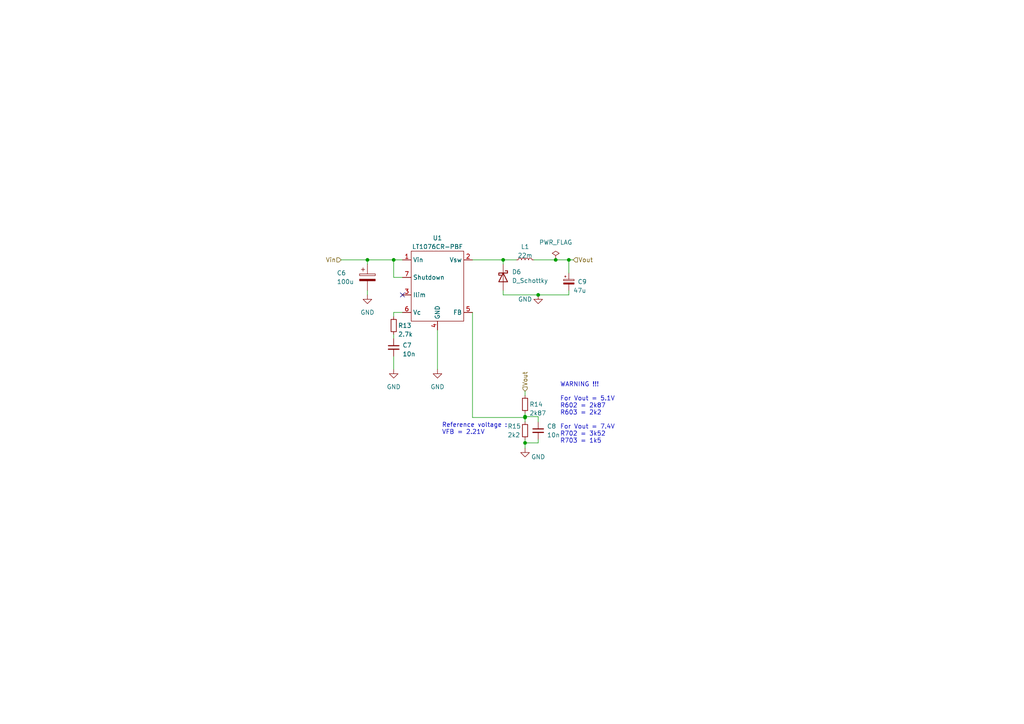
<source format=kicad_sch>
(kicad_sch (version 20230121) (generator eeschema)
  (paper "A4")
  (lib_symbols
    (symbol "Device:C_Polarized" (pin_numbers hide) (pin_names (offset 0.254))
      (property "Reference" "C" (at 0.635 2.54 0))
      (property "Value" "C_Polarized" (at 0.635 -2.54 0))
      (symbol "C_Polarized_0_1"
        (rectangle (start -2.286 0.508) (end 2.286 1.016))
        (polyline (pts (xy -1.778 2.286) (xy -0.762 2.286)))
        (polyline (pts (xy -1.27 2.794) (xy -1.27 1.778)))
        (rectangle (start 2.286 -0.508) (end -2.286 -1.016) (fill (type outline)))
      )
      (symbol "C_Polarized_1_1"
        (pin passive line (at 0 3.81 270) (length 2.794) (name "~") (number "1"))
        (pin passive line (at 0 -3.81 90) (length 2.794) (name "~") (number "2"))
      )
    )
    (symbol "Device:C_Polarized_Small" (pin_numbers hide) (pin_names (offset 0.254) hide)
      (property "Reference" "C" (at 0.254 1.778 0))
      (property "Value" "C_Polarized_Small" (at 0.254 -2.032 0))
      (symbol "C_Polarized_Small_0_1"
        (rectangle (start -1.524 -0.3048) (end 1.524 -0.6858) (fill (type outline)))
        (rectangle (start -1.524 0.6858) (end 1.524 0.3048))
        (polyline (pts (xy -1.27 1.524) (xy -0.762 1.524)))
        (polyline (pts (xy -1.016 1.27) (xy -1.016 1.778)))
      )
      (symbol "C_Polarized_Small_1_1"
        (pin passive line (at 0 2.54 270) (length 1.8542) (name "~") (number "1"))
        (pin passive line (at 0 -2.54 90) (length 1.8542) (name "~") (number "2"))
      )
    )
    (symbol "Device:C_Small" (pin_numbers hide) (pin_names (offset 0.254) hide)
      (property "Reference" "C" (at 0.254 1.778 0))
      (property "Value" "C_Small" (at 0.254 -2.032 0))
      (symbol "C_Small_0_1"
        (polyline (pts (xy -1.524 -0.508) (xy 1.524 -0.508)) (stroke (width 0.3302)))
        (polyline (pts (xy -1.524 0.508) (xy 1.524 0.508)) (stroke (width 0.3048)))
      )
      (symbol "C_Small_1_1"
        (pin passive line (at 0 2.54 270) (length 2.032) (name "~") (number "1"))
        (pin passive line (at 0 -2.54 90) (length 2.032) (name "~") (number "2"))
      )
    )
    (symbol "Device:D_Schottky" (pin_numbers hide) (pin_names (offset 1.016) hide)
      (property "Reference" "D" (at 0 2.54 0))
      (property "Value" "D_Schottky" (at 0 -2.54 0))
      (symbol "D_Schottky_0_1"
        (polyline (pts (xy 1.27 0) (xy -1.27 0)))
        (polyline (pts (xy 1.27 1.27) (xy 1.27 -1.27) (xy -1.27 0) (xy 1.27 1.27)) (stroke (width 0.254)))
        (polyline (pts (xy -1.905 0.635) (xy -1.905 1.27) (xy -1.27 1.27) (xy -1.27 -1.27) (xy -0.635 -1.27) (xy -0.635 -0.635)) (stroke (width 0.254)))
      )
      (symbol "D_Schottky_1_1"
        (pin passive line (at -3.81 0 0) (length 2.54) (name "K") (number "1"))
        (pin passive line (at 3.81 0 180) (length 2.54) (name "A") (number "2"))
      )
    )
    (symbol "Device:L_Small" (pin_numbers hide) (pin_names (offset 0.254) hide)
      (property "Reference" "L" (at 0.762 1.016 0))
      (property "Value" "L_Small" (at 0.762 -1.016 0))
      (symbol "L_Small_0_1"
        (arc (start 0 -2.032) (mid 0.5058 -1.524) (end 0 -1.016))
        (arc (start 0 -1.016) (mid 0.5058 -0.508) (end 0 0))
        (arc (start 0 0) (mid 0.5058 0.508) (end 0 1.016))
        (arc (start 0 1.016) (mid 0.5058 1.524) (end 0 2.032))
      )
      (symbol "L_Small_1_1"
        (pin passive line (at 0 2.54 270) (length 0.508) (name "~") (number "1"))
        (pin passive line (at 0 -2.54 90) (length 0.508) (name "~") (number "2"))
      )
    )
    (symbol "Device:R_Small" (pin_numbers hide) (pin_names (offset 0.254) hide)
      (property "Reference" "R" (at 0.762 0.508 0))
      (property "Value" "R_Small" (at 0.762 -1.016 0))
      (symbol "R_Small_0_1"
        (rectangle (start -0.762 1.778) (end 0.762 -1.778) (stroke (width 0.2032)))
      )
      (symbol "R_Small_1_1"
        (pin passive line (at 0 2.54 270) (length 0.762) (name "~") (number "1"))
        (pin passive line (at 0 -2.54 90) (length 0.762) (name "~") (number "2"))
      )
    )
    (symbol "LT1076_1"
      (property "Reference" "U" (at -6.35 10.16 0))
      (symbol "LT1076_1_0_1"
        (rectangle (start -7.62 8.89) (end 7.62 -11.43))
      )
      (symbol "LT1076_1_1_1"
        (pin power_in line (at -10.16 6.35 0) (length 2.54) (name "Vin") (number "1"))
        (pin output line (at 10.16 6.35 180) (length 2.54) (name "Vsw") (number "2"))
        (pin input line (at -10.16 -3.81 0) (length 2.54) (name "Ilim") (number "3"))
        (pin power_in line (at 0 -13.97 90) (length 2.54) (name "GND") (number "4"))
        (pin input line (at 10.16 -8.89 180) (length 2.54) (name "FB") (number "5"))
        (pin input line (at -10.16 -8.89 0) (length 2.54) (name "Vc") (number "6"))
        (pin input line (at -10.16 1.27 0) (length 2.54) (name "Shutdown") (number "7"))
      )
    )
    (symbol "power:GND" (power) (pin_names (offset 0))
      (property "Value" "GND" (at 0 -3.81 0))
      (symbol "GND_0_1"
        (polyline (pts (xy 0 0) (xy 0 -1.27) (xy 1.27 -1.27) (xy 0 -2.54) (xy -1.27 -1.27) (xy 0 -1.27)))
      )
      (symbol "GND_1_1"
        (pin power_in line (at 0 0 270) (length 0) hide (name "GND") (number "1"))
      )
    )
    (symbol "power:PWR_FLAG" (power) (pin_numbers hide) (pin_names (offset 0) hide)
      (property "Value" "PWR_FLAG" (at 0 3.81 0))
      (symbol "PWR_FLAG_0_0"
        (pin power_out line (at 0 0 90) (length 0) (name "pwr") (number "1"))
      )
      (symbol "PWR_FLAG_0_1"
        (polyline (pts (xy 0 0) (xy 0 1.27) (xy -1.016 1.905) (xy 0 2.54) (xy 1.016 1.905) (xy 0 1.27)))
      )
    )
  )
  (junction (at 156.0964 85.5356))
  (junction (at 161.1764 75.3756))
  (junction (at 114.1864 75.3756))
  (junction (at 152.2864 120.8416))
  (junction (at 145.9364 75.3756))
  (junction (at 152.2864 128.4616))
  (junction (at 152.2864 121.0956))
  (junction (at 164.9864 75.3756))
  (junction (at 106.5664 75.3756))
  (no_connect (at 116.7264 85.5356))
  (wire (pts (xy 152.2864 113.4756) (xy 152.2864 114.7456)))
  (wire (pts (xy 145.9364 76.6456) (xy 145.9364 75.3756)))
  (wire (pts (xy 156.0964 85.5356) (xy 164.9864 85.5356)))
  (wire (pts (xy 98.9464 75.3756) (xy 106.5664 75.3756)))
  (wire (pts (xy 137.0464 75.3756) (xy 145.9364 75.3756)))
  (wire (pts (xy 114.1864 90.6156) (xy 116.7264 90.6156)))
  (wire (pts (xy 114.1864 75.3756) (xy 116.7264 75.3756)))
  (wire (pts (xy 152.2864 128.4616) (xy 156.0964 128.4616)))
  (wire (pts (xy 164.9864 75.3756) (xy 164.9864 79.1856)))
  (wire (pts (xy 156.0964 127.4456) (xy 156.0964 128.4616)))
  (wire (pts (xy 152.2864 127.4456) (xy 152.2864 128.4616)))
  (wire (pts (xy 106.5664 75.3756) (xy 106.5664 76.6456)))
  (wire (pts (xy 106.5664 84.2656) (xy 106.5664 85.5356)))
  (wire (pts (xy 145.9364 84.2656) (xy 145.9364 85.5356)))
  (wire (pts (xy 152.2864 121.0956) (xy 152.2864 122.3656)))
  (wire (pts (xy 114.1864 96.9656) (xy 114.1864 98.2356)))
  (wire (pts (xy 137.0464 121.0956) (xy 152.2864 121.0956)))
  (wire (pts (xy 114.1864 91.8856) (xy 114.1864 90.6156)))
  (wire (pts (xy 152.2864 119.8256) (xy 152.2864 120.8416)))
  (wire (pts (xy 152.2864 120.8416) (xy 156.0964 120.8416)))
  (wire (pts (xy 166.2564 75.3756) (xy 164.9864 75.3756)))
  (wire (pts (xy 106.5664 75.3756) (xy 114.1864 75.3756)))
  (wire (pts (xy 114.1864 80.4556) (xy 114.1864 75.3756)))
  (wire (pts (xy 145.9364 85.5356) (xy 156.0964 85.5356)))
  (wire (pts (xy 137.0464 90.6156) (xy 137.0464 121.0956)))
  (wire (pts (xy 161.1764 75.3756) (xy 164.9864 75.3756)))
  (wire (pts (xy 156.0964 122.3656) (xy 156.0964 120.8416)))
  (wire (pts (xy 114.1864 107.1256) (xy 114.1864 103.3156)))
  (wire (pts (xy 152.2864 129.9856) (xy 152.2864 128.4616)))
  (wire (pts (xy 154.8264 75.3756) (xy 161.1764 75.3756)))
  (wire (pts (xy 116.7264 80.4556) (xy 114.1864 80.4556)))
  (wire (pts (xy 145.9364 75.3756) (xy 149.7464 75.3756)))
  (wire (pts (xy 164.9864 84.2656) (xy 164.9864 85.5356)))
  (wire (pts (xy 126.8864 95.6956) (xy 126.8864 107.1256)))
  (wire (pts (xy 152.2864 121.0956) (xy 152.2864 120.8416)))
  (text "WARNING !!!\n\nFor Vout = 5.1V\nR602 = 2k87\nR603 = 2k2\n\nFor Vout = 7.4V\nR702 = 3k52\nR703 = 1k5" (at 162.4464 128.7156 0) (effects (font (size 1.27 1.27)) (justify left bottom)))
  (text "Reference voltage :\nVFB = 2.21V" (at 128.1564 126.1756 0) (effects (font (size 1.27 1.27)) (justify left bottom)))
  (hierarchical_label "Vin" (shape input) (at 98.9464 75.3756 180))
  (hierarchical_label "Vout" (shape input) (at 152.2864 113.4756 90))
  (hierarchical_label "Vout" (shape input) (at 166.2564 75.3756 0))
  (symbol (lib_id "power:GND") (at 106.5664 85.5356 0) (unit 1)
    (property "Reference" "#PWR041" (effects hide))
    (property "Value" "GND" (at 106.5664 90.6156 0))
    (instances (project "puissance" (path "" (reference "#PWR041") (unit 1)) (path "" (reference "#PWR035") (unit 1))))
  )
  (symbol (lib_id "Device:C_Polarized_Small") (at 164.9864 81.7256 0) (unit 1)
    (property "Reference" "C9" (at 167.5264 81.7256 0) (effects (justify left)))
    (property "Value" "47u" (at 166.2564 84.2656 0) (effects (justify left)))
    (property "Footprint" "Capacitor_SMD:CP_Elec_6.3x5.4" (effects hide))
    (property "MFR" "865060543005" (effects hide))
    (instances (project "puissance" (path "" (reference "C9") (unit 1)) (path "" (reference "C13") (unit 1))))
  )
  (symbol (lib_name "LT1076_1") (lib_id "custom:LT1076") (at 126.8864 81.7256 0) (unit 1)
    (property "Reference" "U1" (at 126.8864 69.0256 0))
    (property "Value" "LT1076CR-PBF" (at 126.8864 71.5656 0))
    (property "Footprint" "Package_TO_SOT_SMD:TO-263-7_TabPin4" (effects hide))
    (property "Datasheet" "https://www.mouser.fr/datasheet/2/609/1074fds-3123169.pdf" (effects hide))
    (instances (project "puissance" (path "" (reference "U1") (unit 1)) (path "" (reference "U2") (unit 1))))
  )
  (symbol (lib_id "power:PWR_FLAG") (at 161.1764 75.3756 0) (unit 1)
    (property "Reference" "#FLG04" (effects hide))
    (property "Value" "PWR_FLAG" (at 161.1764 70.2956 0))
    (instances (project "puissance" (path "" (reference "#FLG04") (unit 1)) (path "" (reference "#FLG05") (unit 1))))
  )
  (symbol (lib_id "power:GND") (at 156.0964 85.5356 0) (unit 1)
    (property "Reference" "#PWR045" (effects hide))
    (property "Value" "GND" (at 152.2864 86.8056 0))
    (instances (project "puissance" (path "" (reference "#PWR045") (unit 1)) (path "" (reference "#PWR039") (unit 1))))
  )
  (symbol (lib_id "Device:R_Small") (at 152.2864 117.2856 0) (unit 1)
    (property "Reference" "R14" (at 153.5564 117.2856 0) (effects (justify left)))
    (property "Value" "2k87" (at 153.5564 119.8256 0) (effects (justify left)))
    (property "Footprint" "Resistor_SMD:R_0402_1005Metric" (effects hide))
    (instances (project "puissance" (path "" (reference "R14") (unit 1)) (path "" (reference "R17") (unit 1))))
  )
  (symbol (lib_id "Device:D_Schottky") (at 145.9364 80.4556 270) (unit 1)
    (property "Reference" "D6" (at 148.4764 78.8681 90) (effects (justify left)))
    (property "Value" "D_Schottky" (at 148.4764 81.4081 90) (effects (justify left)))
    (property "Footprint" "custom:DST10100S" (effects hide))
    (property "Datasheet" "https://www.mouser.fr/datasheet/2/240/media-3323546.pdf" (effects hide))
    (property "MPN" "DST10100S" (effects hide))
    (instances (project "puissance" (path "" (reference "D6") (unit 1)) (path "" (reference "D7") (unit 1))))
  )
  (symbol (lib_id "Device:R_Small") (at 152.2864 124.9056 0) (unit 1)
    (property "Reference" "R15" (at 147.2064 123.6356 0) (effects (justify left)))
    (property "Value" "2k2" (at 147.2064 126.1756 0) (effects (justify left)))
    (property "Footprint" "Resistor_SMD:R_0402_1005Metric" (effects hide))
    (instances (project "puissance" (path "" (reference "R15") (unit 1)) (path "" (reference "R18") (unit 1))))
  )
  (symbol (lib_id "Device:C_Small") (at 156.0964 124.9056 0) (unit 1)
    (property "Reference" "C8" (at 158.6364 123.6419 0) (effects (justify left)))
    (property "Value" "10n" (at 158.6364 126.1819 0) (effects (justify left)))
    (property "Footprint" "Capacitor_SMD:C_0402_1005Metric" (effects hide))
    (instances (project "puissance" (path "" (reference "C8") (unit 1)) (path "" (reference "C12") (unit 1))))
  )
  (symbol (lib_id "Device:R_Small") (at 114.1864 94.4256 0) (unit 1)
    (property "Reference" "R13" (at 115.4564 94.4256 0) (effects (justify left)))
    (property "Value" "2.7k" (at 115.4564 96.9656 0) (effects (justify left)))
    (property "Footprint" "Resistor_SMD:R_0402_1005Metric" (effects hide))
    (instances (project "puissance" (path "" (reference "R13") (unit 1)) (path "" (reference "R16") (unit 1))))
  )
  (symbol (lib_id "power:GND") (at 114.1864 107.1256 0) (unit 1)
    (property "Reference" "#PWR042" (effects hide))
    (property "Value" "GND" (at 114.1864 112.2056 0))
    (instances (project "puissance" (path "" (reference "#PWR042") (unit 1)) (path "" (reference "#PWR036") (unit 1))))
  )
  (symbol (lib_id "power:GND") (at 126.8864 107.1256 0) (unit 1)
    (property "Reference" "#PWR043" (effects hide))
    (property "Value" "GND" (at 126.8864 112.2056 0))
    (instances (project "puissance" (path "" (reference "#PWR043") (unit 1)) (path "" (reference "#PWR037") (unit 1))))
  )
  (symbol (lib_id "Device:C_Polarized") (at 106.5664 80.4556 0) (unit 1)
    (property "Reference" "C6" (at 97.6764 79.1856 0) (effects (justify left)))
    (property "Value" "100u" (at 97.6764 81.7256 0) (effects (justify left)))
    (property "Footprint" "Capacitor_SMD:CP_Elec_6.3x7.7" (effects hide))
    (property "MPN" "865060445005" (effects hide))
    (property "Vmax" "25V" (effects hide))
    (instances (project "puissance" (path "" (reference "C6") (unit 1)) (path "" (reference "C10") (unit 1))))
  )
  (symbol (lib_id "Device:C_Small") (at 114.1864 100.7756 0) (unit 1)
    (property "Reference" "C7" (at 116.7264 100.1469 0) (effects (justify left)))
    (property "Value" "10n" (at 116.7264 102.6869 0) (effects (justify left)))
    (property "Footprint" "Capacitor_SMD:C_0402_1005Metric" (effects hide))
    (instances (project "puissance" (path "" (reference "C7") (unit 1)) (path "" (reference "C11") (unit 1))))
  )
  (symbol (lib_id "power:GND") (at 152.2864 129.9856 0) (unit 1)
    (property "Reference" "#PWR044" (effects hide))
    (property "Value" "GND" (at 156.0964 132.5256 0))
    (instances (project "puissance" (path "" (reference "#PWR044") (unit 1)) (path "" (reference "#PWR038") (unit 1))))
  )
  (symbol (lib_id "Device:L_Small") (at 152.2864 75.3756 90) (unit 1)
    (property "Reference" "L1" (at 152.2864 71.5656 90))
    (property "Value" "22m" (at 152.2864 74.1056 90))
    (property "Footprint" "Inductor_SMD:L_Changjiang_FNR8065S" (effects hide))
    (property "MFR" "7447709220" (effects hide))
    (instances (project "puissance" (path "" (reference "L1") (unit 1)) (path "" (reference "L2") (unit 1))))
  )
)
</source>
